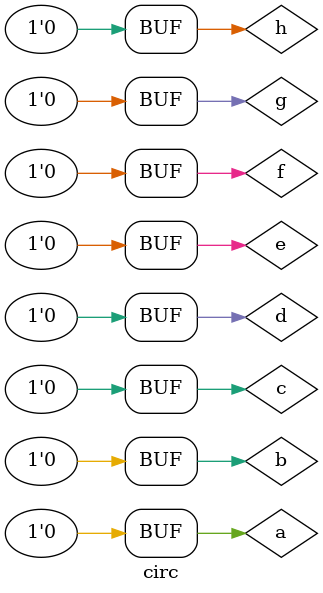
<source format=v>


module buffer (output s, input p);
 assign s = p;//criar vinculo permanente
        		//(dependencia)
endmodule // buffer

//----------------------
//--not gate
//----------------------

module notgate (output s, input p);
 assign s = ~p;//criar vinculo permanente
        		   //(dependencia)
endmodule // notgate

//----------------------
//--or gate
//----------------------

module orgate (output s, input p, input q, input r);
 assign s = p|q|r;	//criar vinculo permanente
        		   	//(dependencia)
endmodule // orgate

//----------------------
//--and gate
//----------------------

module andgate (output s, input p, input q, input r);
 assign s = (p & q & r);	//criar vinculo permanente
        		   	         //(dependencia)
endmodule // andgate

//----------------------
//--xor gate
//----------------------

module xorgate (output [0:3]s, input [0:3]p, input [0:3]q);
 assign s = p^q;	//criar vinculo permanente
        		   	//(dependencia)
endmodule // xorgate

//----------------------
//--nor gate
//----------------------

module norgate (output s, input p, input q);
 assign s = (~(p|q));	//criar vinculo permanente
        		   	//(dependencia)
endmodule // norgate

//----------------------
//--xnor gate
//----------------------

module xnorgate (output s, input p, input q);
 assign s = (~(p^q));	//criar vinculo permanente
        		   	//(dependencia)
endmodule // xnorgate

//----------------------
//--nand gate
//----------------------

module nandgate (output s, input p, input q);
 assign s = (~(p&q));	//criar vinculo permanente
        		   	//(dependencia)
endmodule // nandgate

//----------------------
//--Circuito
//----------------------
module circ;
//----------------------dados locais
  reg a,b,c,d,e,f,g,h;    //definir registrador
  				//(variavel independente)
  wire s;	// definir conexao(fio)
   			//(variavel dependente)
//---------------------- instancia
    andgate AND1(s1,a,b,c);
	 buffer BF1(s2,d);
	 orgate OR1(s3,s2,e,f);
	 norgate NOR1(s4,g,h);
	 nandgate NAND1(s5,s1,s3);
	 xnorgate XNOR1(s,s5,s4);
  
//---------------------- preparacao
 initial begin:start
  a=0; b=0; c=0; d=0; e=0; f=0; g=0; h=0;
 end
//---------------------- parte principal
 initial begin
   $display("Extra01 - Wender Zacarias Xavier - 427472");
	$display("Test Circuito");
	$display("\na b c d e f g h = s\n");
	$monitor("%b %b %b %b %b %b %b %b = %b",a,b,c,d,e,f,g,h,s);
#1 a=0; b=0; c=0; d=0; e=0; f=0; g=0; h=0;
		end

endmodule //circ


/** Resultados obtidos
   Test Circuito
    
    a b c d e f g h = s
    
    0 0 0 0 0 0 0 0 = 1
    
    						  
   **/
</source>
